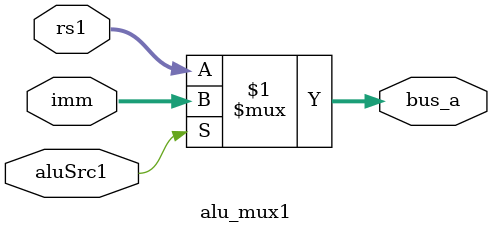
<source format=sv>
module alu_mux1 (
    input  wire aluSrc1,
    input  wire [15:0] imm, rs1,
    output wire [15:0] bus_a
);

assign bus_a = (aluSrc1) ? imm : rs1;
    
endmodule:alu_mux1
</source>
